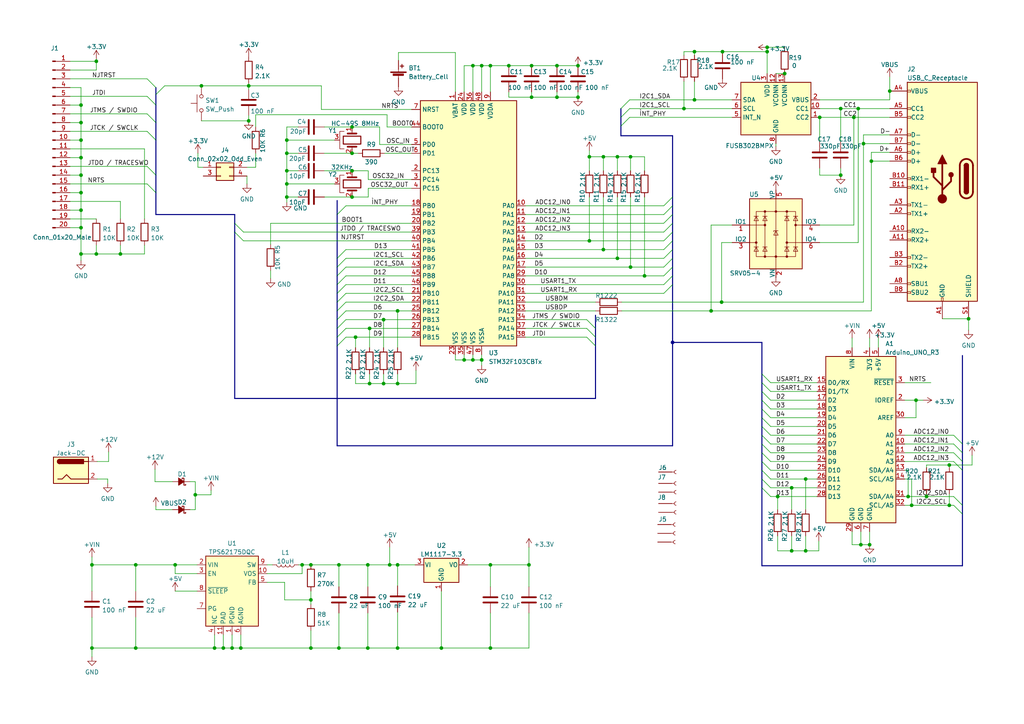
<source format=kicad_sch>
(kicad_sch (version 20211123) (generator eeschema)
  (paper "A4")
  (junction (at 147.574 19.05))
  (junction (at 115.316 187.96))
  (junction (at 56.642 143.51))
  (junction (at 195.072 99.314))
  (junction (at 115.316 111.252))
  (junction (at 23.495 45.72))
  (junction (at 229.616 141.478))
  (junction (at 23.495 40.64))
  (junction (at 62.23 187.96))
  (junction (at 258.064 26.416))
  (junction (at 102.108 49.53))
  (junction (at 111.252 92.71))
  (junction (at 227.584 21.336))
  (junction (at 252.73 46.736))
  (junction (at 175.006 45.466))
  (junction (at 167.64 28.194))
  (junction (at 87.63 163.83))
  (junction (at 98.298 187.96))
  (junction (at 182.88 77.47))
  (junction (at 23.495 60.96))
  (junction (at 115.316 163.83))
  (junction (at 237.744 34.036))
  (junction (at 247.65 34.036))
  (junction (at 161.544 19.05))
  (junction (at 275.336 134.874))
  (junction (at 280.924 92.456))
  (junction (at 209.296 87.63))
  (junction (at 23.495 66.04))
  (junction (at 113.03 163.83))
  (junction (at 182.88 45.466))
  (junction (at 90.17 173.99))
  (junction (at 170.942 69.85))
  (junction (at 83.185 49.53))
  (junction (at 90.17 163.83))
  (junction (at 201.422 28.956))
  (junction (at 154.178 28.194))
  (junction (at 179.07 74.93))
  (junction (at 64.77 187.96))
  (junction (at 268.732 144.018))
  (junction (at 83.185 44.45))
  (junction (at 170.942 45.466))
  (junction (at 139.7 104.394))
  (junction (at 225.552 144.018))
  (junction (at 201.422 14.986))
  (junction (at 229.616 159.766))
  (junction (at 264.414 146.558))
  (junction (at 275.336 146.558))
  (junction (at 102.108 36.83))
  (junction (at 27.94 17.78))
  (junction (at 233.68 159.766))
  (junction (at 249.682 157.988))
  (junction (at 26.67 187.96))
  (junction (at 69.85 187.96))
  (junction (at 206.248 90.17))
  (junction (at 139.7 19.05))
  (junction (at 27.94 73.66))
  (junction (at 58.42 24.892))
  (junction (at 102.108 44.45))
  (junction (at 23.495 35.56))
  (junction (at 67.31 187.96))
  (junction (at 137.16 19.05))
  (junction (at 252.222 157.988))
  (junction (at 50.8 163.83))
  (junction (at 243.84 50.8))
  (junction (at 83.185 53.34))
  (junction (at 106.68 187.96))
  (junction (at 23.495 50.8))
  (junction (at 142.24 163.83))
  (junction (at 233.68 138.938))
  (junction (at 137.16 104.394))
  (junction (at 23.495 73.66))
  (junction (at 179.07 45.466))
  (junction (at 103.124 97.79))
  (junction (at 26.67 163.83))
  (junction (at 222.504 13.716))
  (junction (at 134.62 104.394))
  (junction (at 72.136 24.892))
  (junction (at 111.252 111.252))
  (junction (at 39.37 187.96))
  (junction (at 142.24 187.96))
  (junction (at 107.188 95.25))
  (junction (at 167.64 19.05))
  (junction (at 161.544 28.194))
  (junction (at 154.178 19.05))
  (junction (at 72.136 35.052))
  (junction (at 39.37 163.83))
  (junction (at 222.504 14.986))
  (junction (at 175.006 72.39))
  (junction (at 23.495 55.88))
  (junction (at 23.495 30.48))
  (junction (at 98.298 163.83))
  (junction (at 90.17 187.96))
  (junction (at 128.016 187.96))
  (junction (at 83.185 57.15))
  (junction (at 102.108 57.15))
  (junction (at 34.925 73.66))
  (junction (at 265.684 116.078))
  (junction (at 107.188 111.252))
  (junction (at 209.55 14.986))
  (junction (at 263.398 144.018))
  (junction (at 142.24 19.05))
  (junction (at 83.185 40.64))
  (junction (at 186.944 80.01))
  (junction (at 115.316 90.17))
  (junction (at 243.84 31.496))
  (junction (at 153.416 163.83))
  (junction (at 248.92 31.496))
  (junction (at 250.444 41.656))
  (junction (at 198.374 31.496))
  (junction (at 106.68 163.83))
  (bus_entry (at 97.79 82.55) (size 2.54 -2.54))
  (bus_entry (at 192.532 62.23) (size 2.54 -2.54))
  (bus_entry (at 220.98 136.398) (size 2.54 2.54))
  (bus_entry (at 276.606 146.558) (size 2.54 2.54))
  (bus_entry (at 220.98 113.538) (size 2.54 2.54))
  (bus_entry (at 97.79 80.01) (size 2.54 -2.54))
  (bus_entry (at 42.672 22.86) (size 2.54 2.54))
  (bus_entry (at 220.98 126.238) (size 2.54 2.54))
  (bus_entry (at 192.532 67.31) (size 2.54 -2.54))
  (bus_entry (at 97.79 62.23) (size 2.54 -2.54))
  (bus_entry (at 276.606 133.858) (size 2.54 2.54))
  (bus_entry (at 42.672 53.34) (size 2.54 2.54))
  (bus_entry (at 170.18 92.71) (size 2.54 2.54))
  (bus_entry (at 220.98 123.698) (size 2.54 2.54))
  (bus_entry (at 97.79 74.93) (size 2.54 -2.54))
  (bus_entry (at 97.79 87.63) (size 2.54 -2.54))
  (bus_entry (at 276.606 128.778) (size 2.54 2.54))
  (bus_entry (at 97.79 90.17) (size 2.54 -2.54))
  (bus_entry (at 180.086 36.576) (size 2.54 -2.54))
  (bus_entry (at 276.606 144.018) (size 2.54 2.54))
  (bus_entry (at 97.79 85.09) (size 2.54 -2.54))
  (bus_entry (at 42.672 38.1) (size 2.54 2.54))
  (bus_entry (at 192.532 69.85) (size 2.54 -2.54))
  (bus_entry (at 220.98 141.478) (size 2.54 2.54))
  (bus_entry (at 180.086 34.036) (size 2.54 -2.54))
  (bus_entry (at 68.072 67.31) (size 2.54 2.54))
  (bus_entry (at 42.672 48.26) (size 2.54 2.54))
  (bus_entry (at 220.98 116.078) (size 2.54 2.54))
  (bus_entry (at 192.532 80.01) (size 2.54 -2.54))
  (bus_entry (at 220.98 138.938) (size 2.54 2.54))
  (bus_entry (at 276.606 131.318) (size 2.54 2.54))
  (bus_entry (at 220.98 108.458) (size 2.54 2.54))
  (bus_entry (at 97.79 97.79) (size 2.54 -2.54))
  (bus_entry (at 97.79 77.47) (size 2.54 -2.54))
  (bus_entry (at 68.072 64.77) (size 2.54 2.54))
  (bus_entry (at 220.98 121.158) (size 2.54 2.54))
  (bus_entry (at 220.98 133.858) (size 2.54 2.54))
  (bus_entry (at 220.98 118.618) (size 2.54 2.54))
  (bus_entry (at 220.98 110.998) (size 2.54 2.54))
  (bus_entry (at 192.532 85.09) (size 2.54 -2.54))
  (bus_entry (at 220.98 128.778) (size 2.54 2.54))
  (bus_entry (at 170.18 95.25) (size 2.54 2.54))
  (bus_entry (at 97.79 100.33) (size 2.54 -2.54))
  (bus_entry (at 192.532 59.69) (size 2.54 -2.54))
  (bus_entry (at 192.532 82.55) (size 2.54 -2.54))
  (bus_entry (at 192.532 74.93) (size 2.54 -2.54))
  (bus_entry (at 42.672 27.94) (size 2.54 2.54))
  (bus_entry (at 170.18 97.79) (size 2.54 2.54))
  (bus_entry (at 42.672 33.02) (size 2.54 2.54))
  (bus_entry (at 192.532 72.39) (size 2.54 -2.54))
  (bus_entry (at 276.606 126.238) (size 2.54 2.54))
  (bus_entry (at 180.086 31.496) (size 2.54 -2.54))
  (bus_entry (at 97.79 95.25) (size 2.54 -2.54))
  (bus_entry (at 220.98 131.318) (size 2.54 2.54))
  (bus_entry (at 192.5061 64.77) (size 2.54 -2.54))
  (bus_entry (at 97.79 92.71) (size 2.54 -2.54))
  (bus_entry (at 45.212 27.432) (size 2.54 -2.54))
  (bus_entry (at 192.532 77.47) (size 2.54 -2.54))
  (wire (pts (xy 20.32 66.04) (xy 23.495 66.04)))
  (wire (pts (xy 152.4 69.85) (xy 170.942 69.85)))
  (wire (pts (xy 120.65 111.252) (xy 115.316 111.252)))
  (wire (pts (xy 107.188 108.458) (xy 107.188 111.252)))
  (wire (pts (xy 237.744 28.956) (xy 258.064 28.956)))
  (wire (pts (xy 175.006 45.466) (xy 179.07 45.466)))
  (bus (pts (xy 195.072 99.314) (xy 195.072 129.286)))
  (wire (pts (xy 50.8 163.83) (xy 39.37 163.83)))
  (wire (pts (xy 179.07 57.15) (xy 179.07 74.93)))
  (wire (pts (xy 223.52 144.018) (xy 225.552 144.018)))
  (wire (pts (xy 179.07 74.93) (xy 192.532 74.93)))
  (wire (pts (xy 258.064 44.196) (xy 252.73 44.196)))
  (wire (pts (xy 179.07 45.466) (xy 179.07 49.53)))
  (wire (pts (xy 152.4 64.77) (xy 192.5061 64.77)))
  (wire (pts (xy 23.495 66.04) (xy 23.495 60.96)))
  (wire (pts (xy 115.316 90.17) (xy 119.38 90.17)))
  (wire (pts (xy 161.544 26.67) (xy 161.544 28.194)))
  (wire (pts (xy 100.33 92.71) (xy 111.252 92.71)))
  (wire (pts (xy 142.24 187.96) (xy 128.016 187.96)))
  (wire (pts (xy 237.744 31.496) (xy 243.84 31.496)))
  (wire (pts (xy 250.444 39.116) (xy 250.444 41.656)))
  (wire (pts (xy 142.24 163.83) (xy 142.24 170.18)))
  (wire (pts (xy 180.34 87.63) (xy 209.296 87.63)))
  (wire (pts (xy 147.574 28.194) (xy 147.574 26.67)))
  (wire (pts (xy 107.188 95.25) (xy 107.188 100.838)))
  (bus (pts (xy 97.79 80.01) (xy 97.79 82.55)))
  (wire (pts (xy 142.24 177.8) (xy 142.24 187.96)))
  (wire (pts (xy 100.33 77.47) (xy 119.38 77.47)))
  (bus (pts (xy 279.146 146.558) (xy 279.146 149.098)))
  (wire (pts (xy 47.752 24.892) (xy 58.42 24.892)))
  (wire (pts (xy 72.136 33.528) (xy 72.136 35.052)))
  (wire (pts (xy 83.185 53.34) (xy 97.028 53.34)))
  (wire (pts (xy 212.344 65.278) (xy 206.248 65.278)))
  (wire (pts (xy 23.495 25.4) (xy 20.32 25.4)))
  (wire (pts (xy 55.118 139.7) (xy 56.642 139.7)))
  (wire (pts (xy 128.016 187.96) (xy 128.016 171.45)))
  (wire (pts (xy 44.958 136.144) (xy 44.958 139.7)))
  (wire (pts (xy 175.006 72.39) (xy 192.532 72.39)))
  (wire (pts (xy 56.642 139.7) (xy 56.642 143.51)))
  (wire (pts (xy 223.52 110.998) (xy 236.982 110.998)))
  (bus (pts (xy 180.086 39.37) (xy 180.086 36.576)))
  (wire (pts (xy 252.222 154.178) (xy 252.222 157.988)))
  (wire (pts (xy 170.942 69.85) (xy 192.532 69.85)))
  (wire (pts (xy 106.807 52.07) (xy 119.38 52.07)))
  (bus (pts (xy 220.98 123.698) (xy 220.98 126.238)))
  (wire (pts (xy 120.65 107.442) (xy 120.65 111.252)))
  (wire (pts (xy 27.94 17.78) (xy 27.94 17.145)))
  (wire (pts (xy 98.298 177.8) (xy 98.298 187.96)))
  (wire (pts (xy 223.52 113.538) (xy 236.982 113.538)))
  (wire (pts (xy 77.47 168.91) (xy 82.55 168.91)))
  (wire (pts (xy 225.044 42.418) (xy 225.044 41.656)))
  (bus (pts (xy 68.072 64.77) (xy 68.072 67.31)))
  (wire (pts (xy 262.382 110.998) (xy 270.002 110.998)))
  (wire (pts (xy 243.84 31.496) (xy 248.92 31.496)))
  (wire (pts (xy 262.382 116.078) (xy 265.684 116.078)))
  (wire (pts (xy 111.252 111.252) (xy 107.188 111.252)))
  (wire (pts (xy 20.32 60.96) (xy 23.495 60.96)))
  (bus (pts (xy 279.146 149.098) (xy 279.146 164.084)))
  (wire (pts (xy 223.52 138.938) (xy 233.68 138.938)))
  (wire (pts (xy 268.732 144.018) (xy 276.606 144.018)))
  (wire (pts (xy 90.17 171.45) (xy 90.17 173.99)))
  (wire (pts (xy 135.636 163.83) (xy 142.24 163.83)))
  (wire (pts (xy 93.218 24.892) (xy 93.218 31.75)))
  (bus (pts (xy 68.072 67.31) (xy 68.072 115.57)))
  (wire (pts (xy 26.67 187.96) (xy 26.67 190.5)))
  (wire (pts (xy 134.62 102.87) (xy 134.62 104.394)))
  (wire (pts (xy 252.73 44.196) (xy 252.73 46.736)))
  (wire (pts (xy 102.108 57.15) (xy 106.807 57.15)))
  (wire (pts (xy 170.942 45.466) (xy 175.006 45.466)))
  (wire (pts (xy 23.495 45.72) (xy 23.495 40.64)))
  (wire (pts (xy 252.222 98.044) (xy 252.222 100.838)))
  (wire (pts (xy 20.32 43.18) (xy 41.91 43.18)))
  (wire (pts (xy 90.17 187.96) (xy 69.85 187.96)))
  (wire (pts (xy 132.08 15.24) (xy 115.57 15.24)))
  (bus (pts (xy 68.072 62.23) (xy 45.212 62.23)))
  (wire (pts (xy 20.32 35.56) (xy 23.495 35.56)))
  (wire (pts (xy 249.682 157.988) (xy 247.142 157.988)))
  (wire (pts (xy 201.422 14.986) (xy 198.374 14.986)))
  (bus (pts (xy 220.98 126.238) (xy 220.98 128.778)))
  (wire (pts (xy 182.88 45.466) (xy 186.944 45.466)))
  (bus (pts (xy 195.072 39.37) (xy 180.086 39.37)))
  (bus (pts (xy 195.072 129.286) (xy 97.79 129.286)))
  (wire (pts (xy 50.8 163.83) (xy 57.15 163.83)))
  (wire (pts (xy 248.92 31.496) (xy 258.064 31.496)))
  (wire (pts (xy 106.68 177.8) (xy 106.68 187.96)))
  (wire (pts (xy 98.298 163.83) (xy 98.298 170.18)))
  (wire (pts (xy 83.185 44.45) (xy 86.487 44.45)))
  (bus (pts (xy 279.146 136.398) (xy 279.146 146.558)))
  (wire (pts (xy 152.4 77.47) (xy 182.88 77.47)))
  (wire (pts (xy 263.398 144.018) (xy 268.732 144.018)))
  (wire (pts (xy 111.252 108.458) (xy 111.252 111.252)))
  (wire (pts (xy 23.495 73.66) (xy 23.495 75.565)))
  (wire (pts (xy 112.268 36.83) (xy 119.38 36.83)))
  (wire (pts (xy 152.4 87.63) (xy 172.72 87.63)))
  (wire (pts (xy 106.68 187.96) (xy 115.316 187.96)))
  (bus (pts (xy 97.79 95.25) (xy 97.79 97.79)))
  (wire (pts (xy 258.064 26.416) (xy 258.064 22.352)))
  (wire (pts (xy 243.84 48.768) (xy 243.84 50.8)))
  (wire (pts (xy 100.33 80.01) (xy 119.38 80.01)))
  (wire (pts (xy 100.33 85.09) (xy 119.38 85.09)))
  (wire (pts (xy 20.32 50.8) (xy 23.495 50.8)))
  (wire (pts (xy 209.55 14.986) (xy 201.422 14.986)))
  (wire (pts (xy 119.38 41.91) (xy 110.109 41.91)))
  (wire (pts (xy 229.616 141.478) (xy 236.982 141.478)))
  (wire (pts (xy 58.928 48.514) (xy 57.404 48.514)))
  (wire (pts (xy 113.03 163.83) (xy 115.316 163.83)))
  (wire (pts (xy 237.744 34.036) (xy 237.744 41.148)))
  (wire (pts (xy 275.336 146.558) (xy 276.606 146.558)))
  (bus (pts (xy 220.98 138.938) (xy 220.98 141.478)))
  (wire (pts (xy 106.68 163.83) (xy 113.03 163.83)))
  (wire (pts (xy 250.444 41.656) (xy 250.444 87.63)))
  (bus (pts (xy 220.98 136.398) (xy 220.98 138.938)))
  (wire (pts (xy 142.24 26.67) (xy 142.24 19.05)))
  (bus (pts (xy 172.72 95.25) (xy 172.72 97.79)))
  (wire (pts (xy 106.68 163.83) (xy 106.68 170.18)))
  (wire (pts (xy 62.23 187.96) (xy 62.23 184.15)))
  (wire (pts (xy 182.626 34.036) (xy 212.344 34.036)))
  (wire (pts (xy 72.136 24.892) (xy 72.136 25.908)))
  (wire (pts (xy 86.487 36.83) (xy 83.185 36.83)))
  (wire (pts (xy 62.23 187.96) (xy 64.77 187.96)))
  (wire (pts (xy 180.34 90.17) (xy 206.248 90.17)))
  (wire (pts (xy 265.684 121.158) (xy 262.382 121.158)))
  (wire (pts (xy 209.55 14.986) (xy 222.504 14.986)))
  (wire (pts (xy 142.24 19.05) (xy 147.574 19.05)))
  (wire (pts (xy 77.47 166.37) (xy 87.63 166.37)))
  (wire (pts (xy 39.37 163.83) (xy 26.67 163.83)))
  (wire (pts (xy 98.298 187.96) (xy 106.68 187.96)))
  (wire (pts (xy 58.42 24.892) (xy 72.136 24.892)))
  (wire (pts (xy 237.744 65.278) (xy 247.65 65.278)))
  (wire (pts (xy 100.33 97.79) (xy 103.124 97.79)))
  (wire (pts (xy 152.4 74.93) (xy 179.07 74.93)))
  (wire (pts (xy 179.07 45.466) (xy 182.88 45.466)))
  (bus (pts (xy 180.086 31.496) (xy 180.086 34.036)))
  (wire (pts (xy 41.91 43.18) (xy 41.91 63.5)))
  (wire (pts (xy 112.268 33.274) (xy 112.268 36.83)))
  (wire (pts (xy 134.62 19.05) (xy 137.16 19.05)))
  (wire (pts (xy 182.88 77.47) (xy 192.532 77.47)))
  (wire (pts (xy 243.84 31.496) (xy 243.84 41.148)))
  (wire (pts (xy 20.32 33.02) (xy 42.672 33.02)))
  (wire (pts (xy 147.574 19.05) (xy 154.178 19.05)))
  (wire (pts (xy 27.94 73.66) (xy 34.925 73.66)))
  (wire (pts (xy 262.382 131.318) (xy 276.606 131.318)))
  (wire (pts (xy 186.944 80.01) (xy 192.532 80.01)))
  (wire (pts (xy 252.73 46.736) (xy 252.73 90.17)))
  (wire (pts (xy 20.32 30.48) (xy 23.495 30.48)))
  (wire (pts (xy 100.33 74.93) (xy 119.38 74.93)))
  (wire (pts (xy 41.91 73.66) (xy 34.925 73.66)))
  (wire (pts (xy 93.218 31.75) (xy 119.38 31.75)))
  (wire (pts (xy 23.495 66.04) (xy 23.495 73.66)))
  (wire (pts (xy 87.63 163.83) (xy 90.17 163.83)))
  (wire (pts (xy 263.398 144.018) (xy 263.398 136.398)))
  (wire (pts (xy 20.32 45.72) (xy 23.495 45.72)))
  (wire (pts (xy 265.684 116.078) (xy 267.716 116.078)))
  (wire (pts (xy 23.495 55.88) (xy 23.495 50.8)))
  (wire (pts (xy 74.168 33.274) (xy 112.268 33.274)))
  (wire (pts (xy 161.544 19.05) (xy 167.64 19.05)))
  (wire (pts (xy 273.304 92.456) (xy 280.924 92.456)))
  (wire (pts (xy 154.178 19.05) (xy 161.544 19.05)))
  (wire (pts (xy 154.178 28.194) (xy 147.574 28.194)))
  (wire (pts (xy 137.16 104.394) (xy 139.7 104.394)))
  (wire (pts (xy 39.37 163.83) (xy 39.37 171.45)))
  (wire (pts (xy 77.47 163.83) (xy 78.994 163.83)))
  (wire (pts (xy 161.544 28.194) (xy 154.178 28.194)))
  (bus (pts (xy 195.072 69.85) (xy 195.072 72.39)))
  (wire (pts (xy 20.32 22.86) (xy 42.672 22.86)))
  (wire (pts (xy 107.188 95.25) (xy 119.38 95.25)))
  (wire (pts (xy 113.03 158.75) (xy 113.03 163.83)))
  (wire (pts (xy 170.942 49.53) (xy 170.942 45.466)))
  (wire (pts (xy 170.942 57.15) (xy 170.942 69.85)))
  (wire (pts (xy 90.17 163.83) (xy 98.298 163.83)))
  (wire (pts (xy 132.08 104.394) (xy 134.62 104.394)))
  (wire (pts (xy 170.942 43.688) (xy 170.942 45.466)))
  (bus (pts (xy 97.79 85.09) (xy 97.79 87.63)))
  (bus (pts (xy 172.72 91.44) (xy 172.72 95.25)))
  (bus (pts (xy 220.98 113.538) (xy 220.98 116.078)))
  (bus (pts (xy 195.072 64.77) (xy 195.072 67.31)))
  (wire (pts (xy 152.4 59.69) (xy 192.532 59.69)))
  (wire (pts (xy 26.67 161.544) (xy 26.67 163.83)))
  (wire (pts (xy 78.486 64.77) (xy 78.486 70.866)))
  (wire (pts (xy 111.252 92.71) (xy 119.38 92.71)))
  (wire (pts (xy 225.552 159.766) (xy 229.616 159.766)))
  (wire (pts (xy 100.33 59.69) (xy 119.38 59.69)))
  (wire (pts (xy 142.24 163.83) (xy 153.416 163.83)))
  (wire (pts (xy 94.107 36.83) (xy 102.108 36.83)))
  (bus (pts (xy 180.086 34.036) (xy 180.086 36.576)))
  (wire (pts (xy 225.552 144.018) (xy 236.982 144.018)))
  (wire (pts (xy 44.958 139.7) (xy 50.038 139.7)))
  (wire (pts (xy 23.495 30.48) (xy 23.495 25.4)))
  (wire (pts (xy 61.214 142.24) (xy 61.214 143.51)))
  (bus (pts (xy 97.79 87.63) (xy 97.79 90.17)))
  (wire (pts (xy 167.64 26.67) (xy 167.64 28.194)))
  (wire (pts (xy 229.616 159.766) (xy 233.68 159.766)))
  (wire (pts (xy 225.044 21.336) (xy 227.584 21.336)))
  (wire (pts (xy 137.16 19.05) (xy 139.7 19.05)))
  (wire (pts (xy 139.7 104.394) (xy 139.7 105.918)))
  (wire (pts (xy 34.925 73.66) (xy 34.925 71.12)))
  (bus (pts (xy 220.98 164.084) (xy 279.146 164.084)))
  (bus (pts (xy 220.98 121.158) (xy 220.98 123.698)))
  (wire (pts (xy 74.168 48.514) (xy 71.628 48.514)))
  (wire (pts (xy 115.316 108.458) (xy 115.316 111.252)))
  (wire (pts (xy 20.32 27.94) (xy 42.672 27.94)))
  (wire (pts (xy 103.124 111.252) (xy 103.124 108.458)))
  (bus (pts (xy 195.072 82.55) (xy 195.072 99.314)))
  (wire (pts (xy 100.33 90.17) (xy 115.316 90.17)))
  (wire (pts (xy 258.064 39.116) (xy 250.444 39.116)))
  (wire (pts (xy 152.4 67.31) (xy 192.532 67.31)))
  (wire (pts (xy 227.584 13.716) (xy 222.504 13.716)))
  (bus (pts (xy 220.98 133.858) (xy 220.98 136.398)))
  (wire (pts (xy 26.67 179.07) (xy 26.67 187.96)))
  (wire (pts (xy 153.416 187.96) (xy 142.24 187.96)))
  (wire (pts (xy 83.185 40.64) (xy 97.028 40.64)))
  (wire (pts (xy 34.925 58.42) (xy 20.32 58.42)))
  (wire (pts (xy 115.57 15.24) (xy 115.57 17.526)))
  (wire (pts (xy 69.85 187.96) (xy 69.85 184.15)))
  (wire (pts (xy 186.944 45.466) (xy 186.944 49.53)))
  (wire (pts (xy 229.616 155.448) (xy 229.616 159.766)))
  (wire (pts (xy 100.33 87.63) (xy 119.38 87.63)))
  (wire (pts (xy 67.31 187.96) (xy 69.85 187.96)))
  (wire (pts (xy 152.4 92.71) (xy 170.18 92.71)))
  (wire (pts (xy 262.382 126.238) (xy 276.606 126.238)))
  (wire (pts (xy 64.77 187.96) (xy 64.77 184.15)))
  (bus (pts (xy 97.79 82.55) (xy 97.79 85.09)))
  (wire (pts (xy 262.382 133.858) (xy 276.606 133.858)))
  (bus (pts (xy 220.98 108.458) (xy 220.98 110.998)))
  (wire (pts (xy 90.17 173.99) (xy 82.55 173.99)))
  (wire (pts (xy 103.124 97.79) (xy 103.124 100.838)))
  (wire (pts (xy 258.064 28.956) (xy 258.064 26.416)))
  (bus (pts (xy 45.212 27.432) (xy 45.212 30.48)))
  (wire (pts (xy 153.416 177.8) (xy 153.416 187.96)))
  (wire (pts (xy 94.107 44.45) (xy 102.108 44.45)))
  (wire (pts (xy 74.168 36.83) (xy 74.168 33.274)))
  (wire (pts (xy 275.336 134.874) (xy 268.732 134.874)))
  (wire (pts (xy 201.422 23.622) (xy 201.422 28.956)))
  (wire (pts (xy 154.178 26.67) (xy 154.178 28.194)))
  (bus (pts (xy 195.072 67.31) (xy 195.072 69.85)))
  (wire (pts (xy 102.108 36.83) (xy 110.109 36.83)))
  (wire (pts (xy 182.88 57.15) (xy 182.88 77.47)))
  (wire (pts (xy 182.626 31.496) (xy 198.374 31.496)))
  (wire (pts (xy 115.316 177.546) (xy 115.316 187.96)))
  (wire (pts (xy 55.118 147.828) (xy 56.642 147.828)))
  (bus (pts (xy 279.146 133.858) (xy 279.146 136.398)))
  (wire (pts (xy 72.136 35.052) (xy 58.42 35.052)))
  (wire (pts (xy 139.7 19.05) (xy 142.24 19.05)))
  (wire (pts (xy 167.64 28.194) (xy 161.544 28.194)))
  (wire (pts (xy 249.682 154.178) (xy 249.682 157.988)))
  (bus (pts (xy 172.72 100.33) (xy 172.72 115.57)))
  (wire (pts (xy 83.185 57.15) (xy 83.185 58.674)))
  (wire (pts (xy 198.374 14.986) (xy 198.374 16.002)))
  (wire (pts (xy 223.52 128.778) (xy 236.982 128.778)))
  (wire (pts (xy 132.08 102.87) (xy 132.08 104.394)))
  (wire (pts (xy 222.504 14.986) (xy 222.504 21.336)))
  (wire (pts (xy 20.32 55.88) (xy 23.495 55.88)))
  (wire (pts (xy 115.316 111.252) (xy 111.252 111.252)))
  (wire (pts (xy 229.616 141.478) (xy 229.616 147.828)))
  (wire (pts (xy 152.4 80.01) (xy 186.944 80.01)))
  (bus (pts (xy 195.072 74.93) (xy 195.072 77.47)))
  (wire (pts (xy 212.344 28.956) (xy 201.422 28.956)))
  (wire (pts (xy 56.642 143.51) (xy 61.214 143.51)))
  (wire (pts (xy 110.109 41.91) (xy 110.109 36.83)))
  (wire (pts (xy 153.416 163.83) (xy 153.416 170.18)))
  (bus (pts (xy 195.072 72.39) (xy 195.072 74.93)))
  (wire (pts (xy 100.33 95.25) (xy 107.188 95.25)))
  (wire (pts (xy 71.628 51.054) (xy 71.628 53.34)))
  (bus (pts (xy 279.146 131.318) (xy 279.146 133.858)))
  (wire (pts (xy 20.32 38.1) (xy 42.672 38.1)))
  (wire (pts (xy 57.15 166.37) (xy 50.8 166.37)))
  (bus (pts (xy 279.146 103.124) (xy 279.146 128.778)))
  (wire (pts (xy 23.495 40.64) (xy 23.495 35.56)))
  (wire (pts (xy 50.8 166.37) (xy 50.8 163.83)))
  (bus (pts (xy 97.79 97.79) (xy 97.79 100.33)))
  (wire (pts (xy 152.4 82.55) (xy 192.532 82.55)))
  (wire (pts (xy 50.8 171.45) (xy 57.15 171.45)))
  (wire (pts (xy 237.744 50.8) (xy 237.744 48.768)))
  (bus (pts (xy 97.79 62.23) (xy 97.79 74.93)))
  (wire (pts (xy 223.52 141.478) (xy 229.616 141.478)))
  (wire (pts (xy 212.344 70.358) (xy 209.296 70.358)))
  (wire (pts (xy 223.52 123.698) (xy 236.982 123.698)))
  (wire (pts (xy 115.316 163.83) (xy 115.316 169.926)))
  (wire (pts (xy 100.33 82.55) (xy 119.38 82.55)))
  (wire (pts (xy 90.17 187.96) (xy 98.298 187.96)))
  (wire (pts (xy 223.52 126.238) (xy 236.982 126.238)))
  (wire (pts (xy 23.495 35.56) (xy 23.495 30.48)))
  (wire (pts (xy 102.108 44.45) (xy 103.886 44.45)))
  (wire (pts (xy 137.16 102.87) (xy 137.16 104.394)))
  (wire (pts (xy 275.336 135.636) (xy 275.336 134.874)))
  (wire (pts (xy 198.374 23.622) (xy 198.374 31.496)))
  (bus (pts (xy 195.072 77.47) (xy 195.072 80.01)))
  (wire (pts (xy 83.185 53.34) (xy 83.185 57.15)))
  (wire (pts (xy 20.32 63.5) (xy 27.94 63.5)))
  (wire (pts (xy 23.495 60.96) (xy 23.495 55.88)))
  (wire (pts (xy 137.16 19.05) (xy 137.16 26.67)))
  (bus (pts (xy 220.98 131.318) (xy 220.98 133.858)))
  (wire (pts (xy 41.91 71.12) (xy 41.91 73.66)))
  (wire (pts (xy 175.006 57.15) (xy 175.006 72.39)))
  (wire (pts (xy 152.4 90.17) (xy 172.72 90.17)))
  (wire (pts (xy 83.185 40.64) (xy 83.185 44.45)))
  (wire (pts (xy 20.32 53.34) (xy 42.672 53.34)))
  (bus (pts (xy 220.98 118.618) (xy 220.98 121.158)))
  (wire (pts (xy 233.68 159.766) (xy 233.68 155.448)))
  (wire (pts (xy 132.08 26.67) (xy 132.08 15.24)))
  (wire (pts (xy 209.296 70.358) (xy 209.296 87.63)))
  (bus (pts (xy 45.212 35.56) (xy 45.212 40.64)))
  (wire (pts (xy 268.732 143.256) (xy 268.732 144.018)))
  (wire (pts (xy 258.064 46.736) (xy 252.73 46.736)))
  (bus (pts (xy 97.79 58.166) (xy 97.79 62.23)))
  (wire (pts (xy 119.38 69.85) (xy 70.612 69.85)))
  (wire (pts (xy 275.336 143.256) (xy 275.336 146.558)))
  (bus (pts (xy 45.212 55.88) (xy 45.212 62.23)))
  (bus (pts (xy 195.072 80.01) (xy 195.072 82.55)))
  (wire (pts (xy 237.49 156.972) (xy 237.49 159.766)))
  (wire (pts (xy 262.382 144.018) (xy 263.398 144.018)))
  (wire (pts (xy 39.37 187.96) (xy 62.23 187.96)))
  (wire (pts (xy 247.142 157.988) (xy 247.142 154.178)))
  (bus (pts (xy 172.72 97.79) (xy 172.72 100.33)))
  (wire (pts (xy 90.17 182.88) (xy 90.17 187.96)))
  (wire (pts (xy 264.414 146.558) (xy 275.336 146.558)))
  (wire (pts (xy 223.52 133.858) (xy 236.982 133.858)))
  (wire (pts (xy 115.316 90.17) (xy 115.316 100.838)))
  (wire (pts (xy 139.7 26.67) (xy 139.7 19.05)))
  (bus (pts (xy 220.98 116.078) (xy 220.98 118.618)))
  (wire (pts (xy 31.242 138.938) (xy 31.242 140.208)))
  (wire (pts (xy 87.63 166.37) (xy 87.63 163.83)))
  (wire (pts (xy 83.185 36.83) (xy 83.185 40.64)))
  (wire (pts (xy 20.32 17.78) (xy 27.94 17.78)))
  (wire (pts (xy 152.4 97.79) (xy 170.18 97.79)))
  (wire (pts (xy 268.732 134.874) (xy 268.732 135.636)))
  (wire (pts (xy 34.925 63.5) (xy 34.925 58.42)))
  (wire (pts (xy 237.49 159.766) (xy 233.68 159.766)))
  (wire (pts (xy 102.108 49.53) (xy 106.807 49.53)))
  (bus (pts (xy 195.072 57.15) (xy 195.072 59.69)))
  (bus (pts (xy 45.212 50.8) (xy 45.212 55.88)))
  (wire (pts (xy 247.65 65.278) (xy 247.65 34.036)))
  (bus (pts (xy 279.146 128.778) (xy 279.146 131.318)))
  (wire (pts (xy 223.52 121.158) (xy 236.982 121.158)))
  (wire (pts (xy 275.336 134.874) (xy 281.94 134.874)))
  (bus (pts (xy 195.072 39.37) (xy 195.072 57.15)))
  (wire (pts (xy 225.552 155.448) (xy 225.552 159.766)))
  (wire (pts (xy 27.94 73.66) (xy 27.94 71.12)))
  (wire (pts (xy 252.222 157.988) (xy 249.682 157.988)))
  (wire (pts (xy 119.38 54.61) (xy 106.807 54.61)))
  (wire (pts (xy 45.212 147.828) (xy 50.038 147.828)))
  (wire (pts (xy 223.52 131.318) (xy 236.982 131.318)))
  (wire (pts (xy 250.444 41.656) (xy 258.064 41.656)))
  (wire (pts (xy 247.142 98.044) (xy 247.142 100.838)))
  (wire (pts (xy 28.194 138.938) (xy 31.242 138.938)))
  (wire (pts (xy 27.94 17.78) (xy 27.94 20.32)))
  (wire (pts (xy 237.744 34.036) (xy 247.65 34.036)))
  (wire (pts (xy 152.4 85.09) (xy 192.532 85.09)))
  (wire (pts (xy 67.31 187.96) (xy 67.31 184.15)))
  (wire (pts (xy 233.68 138.938) (xy 236.982 138.938)))
  (bus (pts (xy 220.98 141.478) (xy 220.98 164.084)))
  (wire (pts (xy 182.88 45.466) (xy 182.88 49.53)))
  (wire (pts (xy 23.495 50.8) (xy 23.495 45.72)))
  (wire (pts (xy 206.248 65.278) (xy 206.248 90.17)))
  (wire (pts (xy 115.316 187.96) (xy 128.016 187.96)))
  (wire (pts (xy 223.52 118.618) (xy 236.982 118.618)))
  (wire (pts (xy 39.37 187.96) (xy 26.67 187.96)))
  (wire (pts (xy 86.614 163.83) (xy 87.63 163.83)))
  (wire (pts (xy 94.107 49.53) (xy 102.108 49.53)))
  (wire (pts (xy 106.807 52.07) (xy 106.807 49.53)))
  (bus (pts (xy 68.072 115.57) (xy 172.72 115.57)))
  (wire (pts (xy 83.185 44.45) (xy 83.185 49.53)))
  (wire (pts (xy 83.185 57.15) (xy 86.487 57.15)))
  (wire (pts (xy 225.552 144.018) (xy 225.552 147.828)))
  (wire (pts (xy 186.944 57.15) (xy 186.944 80.01)))
  (wire (pts (xy 20.32 40.64) (xy 23.495 40.64)))
  (wire (pts (xy 94.107 57.15) (xy 102.108 57.15)))
  (bus (pts (xy 45.212 25.4) (xy 45.212 27.432)))
  (wire (pts (xy 23.495 73.66) (xy 27.94 73.66)))
  (wire (pts (xy 265.684 116.078) (xy 265.684 121.158)))
  (wire (pts (xy 280.924 92.456) (xy 280.924 95.758)))
  (wire (pts (xy 134.62 104.394) (xy 137.16 104.394)))
  (wire (pts (xy 26.67 163.83) (xy 26.67 171.45)))
  (wire (pts (xy 254.762 98.044) (xy 254.762 100.838)))
  (wire (pts (xy 86.487 49.53) (xy 83.185 49.53)))
  (wire (pts (xy 243.84 50.8) (xy 237.744 50.8)))
  (bus (pts (xy 97.79 77.47) (xy 97.79 80.01)))
  (wire (pts (xy 27.94 20.32) (xy 20.32 20.32)))
  (wire (pts (xy 100.33 72.39) (xy 119.38 72.39)))
  (wire (pts (xy 175.006 45.466) (xy 175.006 49.53)))
  (bus (pts (xy 97.79 74.93) (xy 97.79 77.47)))
  (bus (pts (xy 97.79 100.33) (xy 97.79 129.286)))
  (wire (pts (xy 39.37 179.07) (xy 39.37 187.96)))
  (wire (pts (xy 182.626 28.956) (xy 201.422 28.956)))
  (wire (pts (xy 209.296 87.63) (xy 250.444 87.63)))
  (bus (pts (xy 220.98 99.314) (xy 195.072 99.314)))
  (wire (pts (xy 111.252 92.71) (xy 111.252 100.838)))
  (wire (pts (xy 152.4 95.25) (xy 170.18 95.25)))
  (wire (pts (xy 139.7 102.87) (xy 139.7 104.394)))
  (wire (pts (xy 64.77 187.96) (xy 67.31 187.96)))
  (bus (pts (xy 220.98 108.458) (xy 220.98 99.314)))
  (wire (pts (xy 152.4 62.23) (xy 192.532 62.23)))
  (wire (pts (xy 209.55 15.24) (xy 209.55 14.986)))
  (wire (pts (xy 83.185 49.53) (xy 83.185 53.34)))
  (wire (pts (xy 281.94 132.08) (xy 281.94 134.874)))
  (wire (pts (xy 119.38 64.77) (xy 78.486 64.77)))
  (wire (pts (xy 31.496 133.858) (xy 28.194 133.858)))
  (wire (pts (xy 57.404 48.514) (xy 57.404 44.45)))
  (wire (pts (xy 212.344 31.496) (xy 198.374 31.496)))
  (wire (pts (xy 262.382 128.778) (xy 276.606 128.778)))
  (wire (pts (xy 82.55 168.91) (xy 82.55 173.99)))
  (wire (pts (xy 247.65 34.036) (xy 258.064 34.036)))
  (wire (pts (xy 72.136 24.892) (xy 93.218 24.892)))
  (wire (pts (xy 201.422 14.986) (xy 201.422 16.002)))
  (wire (pts (xy 134.62 26.67) (xy 134.62 19.05)))
  (wire (pts (xy 45.212 146.812) (xy 45.212 147.828)))
  (bus (pts (xy 45.212 40.64) (xy 45.212 50.8)))
  (wire (pts (xy 20.32 48.26) (xy 42.672 48.26)))
  (wire (pts (xy 56.642 143.51) (xy 56.642 147.828)))
  (wire (pts (xy 223.52 116.078) (xy 236.982 116.078)))
  (bus (pts (xy 45.212 30.48) (xy 45.212 35.56)))
  (wire (pts (xy 222.504 13.716) (xy 222.504 14.986)))
  (wire (pts (xy 72.136 24.13) (xy 72.136 24.892)))
  (wire (pts (xy 78.486 78.486) (xy 78.486 80.772)))
  (wire (pts (xy 106.807 54.61) (xy 106.807 57.15)))
  (wire (pts (xy 248.92 70.358) (xy 237.744 70.358)))
  (wire (pts (xy 223.52 136.398) (xy 236.982 136.398)))
  (wire (pts (xy 74.168 44.45) (xy 74.168 48.514)))
  (wire (pts (xy 233.68 138.938) (xy 233.68 147.828)))
  (wire (pts (xy 264.414 138.938) (xy 262.382 138.938)))
  (wire (pts (xy 115.316 163.83) (xy 120.396 163.83)))
  (bus (pts (xy 220.98 128.778) (xy 220.98 131.318)))
  (bus (pts (xy 97.79 90.17) (xy 97.79 92.71)))
  (wire (pts (xy 263.398 136.398) (xy 262.382 136.398)))
  (wire (pts (xy 152.4 72.39) (xy 175.006 72.39)))
  (wire (pts (xy 107.188 111.252) (xy 103.124 111.252)))
  (bus (pts (xy 97.79 92.71) (xy 97.79 95.25)))
  (wire (pts (xy 103.124 97.79) (xy 119.38 97.79)))
  (wire (pts (xy 70.612 67.31) (xy 119.38 67.31)))
  (wire (pts (xy 262.382 146.558) (xy 264.414 146.558)))
  (wire (pts (xy 31.496 131.064) (xy 31.496 133.858)))
  (wire (pts (xy 153.416 158.75) (xy 153.416 163.83)))
  (wire (pts (xy 264.414 146.558) (xy 264.414 138.938)))
  (wire (pts (xy 111.506 44.45) (xy 119.38 44.45)))
  (bus (pts (xy 220.98 110.998) (xy 220.98 113.538)))
  (bus (pts (xy 195.072 59.69) (xy 195.072 64.77)))
  (bus (pts (xy 68.072 62.23) (xy 68.072 64.77)))
  (wire (pts (xy 206.248 90.17) (xy 252.73 90.17)))
  (wire (pts (xy 90.17 173.99) (xy 90.17 175.26)))
  (wire (pts (xy 248.92 31.496) (xy 248.92 70.358)))
  (wire (pts (xy 98.298 163.83) (xy 106.68 163.83)))
  (label "D9" (at 225.044 133.858 0))
  (label "BOOT1" (at 99.06 64.77 0))
  (label "I2C1_SCL" (at 108.204 74.93 0))
  (label "NRTS" (at 25.4 53.34 0))
  (label "JTCK {slash} SWCLK" (at 154.305 95.25 0))
  (label "D4" (at 225.044 121.158 0))
  (label "D11" (at 225.044 138.938 0))
  (label "OSC32_OUT" (at 107.442 54.61 0))
  (label "D8" (at 225.044 131.318 0))
  (label "D13" (at 108.458 72.39 0))
  (label "OSC32_IN" (at 107.95 52.07 0))
  (label "D10" (at 154.94 80.01 0))
  (label "JTDI" (at 154.305 97.79 0))
  (label "USART1_RX" (at 156.718 85.09 0))
  (label "D3" (at 225.044 118.618 0))
  (label "D2" (at 154.94 69.85 0))
  (label "BOOT0" (at 113.665 36.83 0))
  (label "CC1" (at 244.602 31.496 0))
  (label "D7" (at 225.044 128.778 0))
  (label "D8" (at 108.204 95.25 0))
  (label "I2C2_SDA" (at 108.204 87.63 0))
  (label "ADC12_IN2" (at 264.922 131.318 0))
  (label "I2C1_SCL" (at 185.42 31.496 0))
  (label "D5" (at 225.044 123.698 0))
  (label "NJTRST" (at 26.67 22.86 0))
  (label "NRTS" (at 263.652 110.998 0))
  (label "D4" (at 154.94 74.93 0))
  (label "USART1_RX" (at 225.044 110.998 0))
  (label "USBDP" (at 158.115 90.17 0))
  (label "OSC_OUT" (at 111.76 44.45 0))
  (label "USBDM" (at 158.115 87.63 0))
  (label "OSC_IN" (at 112.014 41.91 0))
  (label "I2C2_SCL" (at 108.204 85.09 0))
  (label "JTCK {slash} SWCLK" (at 26.035 38.1 0))
  (label "USART1_TX" (at 225.044 113.538 0))
  (label "JTDI" (at 26.67 27.94 0))
  (label "JTDO {slash} TRACESWO" (at 98.552 67.31 0))
  (label "JTDO {slash} TRACESWO" (at 25.4 48.26 0))
  (label "ÌNT_PHY" (at 185.42 34.036 0))
  (label "D11" (at 108.204 82.55 0))
  (label "ADC12_IN2" (at 155.194 64.77 0))
  (label "ÌNT_PHY" (at 107.696 59.69 0))
  (label "JTMS {slash} SWDIO" (at 154.305 92.71 0))
  (label "D2" (at 225.044 116.078 0))
  (label "I2C1_SDA" (at 185.42 28.956 0))
  (label "D10" (at 225.044 136.398 0))
  (label "I2C1_SDA" (at 108.204 77.47 0))
  (label "ADC12_IN0" (at 155.194 59.69 0))
  (label "D7" (at 108.204 92.71 0))
  (label "I2C2_SCL" (at 265.684 146.558 0))
  (label "NJTRST" (at 98.806 69.85 0))
  (label "ADC12_IN1" (at 155.194 62.23 0))
  (label "D6" (at 225.044 126.238 0))
  (label "I2C2_SDA" (at 265.684 144.018 0))
  (label "JTMS {slash} SWDIO" (at 26.035 33.02 0))
  (label "ADC12_IN1" (at 264.922 128.778 0))
  (label "CC2" (at 244.602 34.036 0))
  (label "NRTS" (at 110.617 31.75 0))
  (label "D9" (at 108.204 97.79 0))
  (label "ADC12_IN3" (at 264.922 133.858 0))
  (label "D12" (at 225.044 141.478 0))
  (label "D+" (at 255.016 44.196 0))
  (label "D13" (at 225.044 144.018 0))
  (label "D3" (at 154.94 72.39 0))
  (label "USART1_TX" (at 156.718 82.55 0))
  (label "D12" (at 108.204 80.01 0))
  (label "D6" (at 108.204 90.17 0))
  (label "ADC12_IN3" (at 155.194 67.31 0))
  (label "ADC12_IN0" (at 264.922 126.238 0))
  (label "D5" (at 154.94 77.47 0))
  (label "D-" (at 255.27 39.116 0))
  (symbol (lib_id "power:GND") (at 209.55 22.86 0) (unit 1)
    (property "Reference" "#PWR019" (effects hide))
    (property "Value" "GND" (at 206.248 25.4 0))
  )
  (symbol (lib_id "power:GND") (at 23.495 75.565 0) (unit 1)
    (property "Reference" "#PWR01" (effects hide))
    (property "Value" "GND" (at 23.495 80.0084 0))
  )
  (symbol (lib_id "power:VBUS") (at 45.212 146.812 0) (unit 1)
    (property "Reference" "#PWR0106" (effects hide))
    (property "Value" "VBUS" (at 46.609 145.9758 0) (effects (justify left)))
  )
  (symbol (lib_id "Device:R") (at 201.422 19.812 180) (unit 1)
    (property "Reference" "R18" (at 203.962 17.526 0))
    (property "Value" "2.1K" (at 204.724 19.304 0))
    (property "Footprint" "Resistor_SMD:R_0805_2012Metric_Pad1.20x1.40mm_HandSolder" (effects hide))
  )
  (symbol (lib_id "Device:R") (at 233.68 151.638 180) (unit 1)
    (property "Reference" "R28" (at 231.648 155.194 90))
    (property "Value" "2.1K" (at 231.775 150.368 90))
    (property "Footprint" "Resistor_SMD:R_0805_2012Metric_Pad1.20x1.40mm_HandSolder" (effects hide))
  )
  (symbol (lib_id "Device:R") (at 74.168 40.64 0) (unit 1)
    (property "Reference" "R6" (at 76.2 38.608 90))
    (property "Value" "10K" (at 76.2 42.418 90))
    (property "Footprint" "Resistor_SMD:R_0805_2012Metric_Pad1.20x1.40mm_HandSolder" (effects hide))
  )
  (symbol (lib_id "power:GND") (at 78.486 80.772 0) (unit 1)
    (property "Reference" "#PWR0109" (effects hide))
    (property "Value" "GND" (at 80.391 82.4758 0) (effects (justify left)))
  )
  (symbol (lib_id "power:+12V") (at 31.496 131.064 0) (unit 1)
    (property "Reference" "#PWR0103" (effects hide))
    (property "Value" "+12V" (at 31.496 127.4882 0))
  )
  (symbol (lib_id "MCU_ST_STM32F1:STM32F103CBTx") (at 137.16 64.77 0) (unit 1)
    (property "Reference" "U3" (at 141.7194 102.3604 0) (effects (justify left)))
    (property "Value" "STM32F103CBTx" (at 141.7194 104.8973 0) (effects (justify left)))
    (property "Footprint" "Package_QFP:LQFP-48_7x7mm_P0.5mm" (effects hide))
    (property "Datasheet" "http://www.st.com/st-web-ui/static/active/en/resource/technical/document/datasheet/CD00161566.pdf" (effects hide))
  )
  (symbol (lib_id "Device:C") (at 115.316 173.736 0) (unit 1)
    (property "Reference" "C19" (at 118.237 172.9013 0) (effects (justify left)))
    (property "Value" "22 uF" (at 118.237 175.4382 0) (effects (justify left)))
    (property "Footprint" "Capacitor_SMD:C_1206_3216Metric_Pad1.33x1.80mm_HandSolder" (effects hide))
  )
  (symbol (lib_id "Device:C") (at 90.297 44.45 90) (unit 1)
    (property "Reference" "C5" (at 87.757 43.434 90))
    (property "Value" "20pF" (at 86.233 45.974 90))
    (property "Footprint" "Capacitor_SMD:C_0805_2012Metric_Pad1.18x1.45mm_HandSolder" (effects hide))
  )
  (symbol (lib_id "Interface_USB:FUSB302BMPX") (at 225.044 31.496 0) (unit 1)
    (property "Reference" "U4" (at 217.932 22.606 0) (effects (justify left)))
    (property "Value" "FUSB302BMPX" (at 210.439 42.291 0) (effects (justify left)))
    (property "Footprint" "Package_DFN_QFN:WQFN-14-1EP_2.5x2.5mm_P0.5mm_EP1.45x1.45mm" (effects hide))
    (property "Datasheet" "http://www.onsemi.com/pub/Collateral/FUSB302B-D.PDF" (effects hide))
  )
  (symbol (lib_id "Device:D_Schottky_Small_Filled") (at 52.578 147.828 180) (unit 1)
    (property "Reference" "D2" (at 52.832 145.6492 0))
    (property "Value" "D_Schottky_Small_Filled" (effects hide))
    (property "Footprint" "Diode_SMD:D_SMA" (effects hide))
  )
  (symbol (lib_id "power:GND") (at 115.57 25.146 0) (unit 1)
    (property "Reference" "#PWR012" (effects hide))
    (property "Value" "GND" (at 115.57 29.5894 0))
  )
  (symbol (lib_id "power:GND") (at 252.222 157.988 0) (unit 1)
    (property "Reference" "#PWR026" (effects hide))
    (property "Value" "GND" (at 252.222 162.4314 0))
  )
  (symbol (lib_id "Device:R") (at 227.584 17.526 0) (unit 1)
    (property "Reference" "R19" (at 230.632 16.764 0))
    (property "Value" "0" (at 230.378 19.05 0))
    (property "Footprint" "Resistor_SMD:R_0805_2012Metric_Pad1.20x1.40mm_HandSolder" (effects hide))
  )
  (symbol (lib_id "Device:R") (at 170.942 53.34 180) (unit 1)
    (property "Reference" "R10" (at 168.91 56.896 90))
    (property "Value" "2.1K" (at 169.037 52.07 90))
    (property "Footprint" "Resistor_SMD:R_0805_2012Metric_Pad1.20x1.40mm_HandSolder" (effects hide))
  )
  (symbol (lib_id "power:GND") (at 280.924 95.758 0) (unit 1)
    (property "Reference" "#PWR030" (effects hide))
    (property "Value" "GND" (at 280.924 100.2014 0))
  )
  (symbol (lib_id "Device:Crystal_GND3") (at 102.108 40.64 270) (unit 1)
    (property "Reference" "Y1" (at 95.25 37.846 90) (effects (justify left)))
    (property "Value" "HC-49S 8MHz" (at 96.012 35.814 90) (effects (justify left)))
    (property "Footprint" "Crystal:Crystal_SMD_HC49-SD" (effects hide))
  )
  (symbol (lib_id "power:+5V") (at 170.942 43.688 0) (unit 1)
    (property "Reference" "#PWR017" (effects hide))
    (property "Value" "+5V" (at 170.942 40.1122 0))
  )
  (symbol (lib_id "Connector_Generic:Conn_02x02_Odd_Even") (at 64.008 48.514 0) (unit 1)
    (property "Reference" "J4" (at 65.278 43.5442 0))
    (property "Value" "Conn_02x02_Odd_Even" (at 65.278 46.0811 0))
    (property "Footprint" "Connector_PinHeader_2.54mm:PinHeader_2x02_P2.54mm_Vertical" (effects hide))
  )
  (symbol (lib_id "Device:R") (at 41.91 67.31 0) (unit 1)
    (property "Reference" "R3" (at 43.688 66.4753 0) (effects (justify left)))
    (property "Value" "10K" (at 43.688 69.0122 0) (effects (justify left)))
    (property "Footprint" "Resistor_SMD:R_0805_2012Metric_Pad1.20x1.40mm_HandSolder" (effects hide))
  )
  (symbol (lib_id "Device:C") (at 154.178 22.86 0) (unit 1)
    (property "Reference" "C13" (at 154.686 20.828 0) (effects (justify left)))
    (property "Value" "100 nF" (at 154.686 25.4 0) (effects (justify left)))
    (property "Footprint" "Capacitor_SMD:C_0805_2012Metric_Pad1.18x1.45mm_HandSolder" (effects hide))
  )
  (symbol (lib_id "Device:C") (at 167.64 22.86 0) (unit 1)
    (property "Reference" "C15" (at 168.402 20.828 0) (effects (justify left)))
    (property "Value" "100 nF" (at 169.672 25.4 0) (effects (justify left)))
    (property "Footprint" "Capacitor_SMD:C_0805_2012Metric_Pad1.18x1.45mm_HandSolder" (effects hide))
  )
  (symbol (lib_id "power:+5V") (at 281.94 132.08 0) (unit 1)
    (property "Reference" "#PWR031" (effects hide))
    (property "Value" "+5V" (at 281.94 128.5042 0))
  )
  (symbol (lib_id "power:+5V") (at 237.49 156.972 0) (unit 1)
    (property "Reference" "#PWR0112" (effects hide))
    (property "Value" "+5V" (at 237.49 153.3962 0))
  )
  (symbol (lib_name "+VSW_1") (lib_id "power:+VSW") (at 247.142 98.044 0) (unit 1)
    (property "Reference" "#PWR0107" (effects hide))
    (property "Value" "+VIN" (at 247.142 94.4682 0))
  )
  (symbol (lib_id "Device:R") (at 176.53 87.63 90) (unit 1)
    (property "Reference" "R12" (at 174.625 85.725 90))
    (property "Value" "22" (at 177.8 85.725 90))
    (property "Footprint" "Resistor_SMD:R_0805_2012Metric_Pad1.20x1.40mm_HandSolder" (effects hide))
  )
  (symbol (lib_id "power:+3.3V") (at 167.64 19.05 0) (unit 1)
    (property "Reference" "#PWR0117" (effects hide))
    (property "Value" "+3.3V" (at 169.037 18.2138 0) (effects (justify left)))
  )
  (symbol (lib_id "Device:R") (at 225.552 151.638 180) (unit 1)
    (property "Reference" "R26" (at 223.52 155.194 90))
    (property "Value" "2.1K" (at 223.647 150.368 90))
    (property "Footprint" "Resistor_SMD:R_0805_2012Metric_Pad1.20x1.40mm_HandSolder" (effects hide))
  )
  (symbol (lib_id "power:+3.3V") (at 57.404 44.45 0) (unit 1)
    (property "Reference" "#PWR0110" (effects hide))
    (property "Value" "+3.3V" (at 57.404 40.8742 0))
  )
  (symbol (lib_id "Device:R") (at 103.124 104.648 180) (unit 1)
    (property "Reference" "R22" (at 101.092 108.204 90))
    (property "Value" "2.1K" (at 101.219 103.378 90))
    (property "Footprint" "Resistor_SMD:R_0805_2012Metric_Pad1.20x1.40mm_HandSolder" (effects hide))
  )
  (symbol (lib_id "Device:C") (at 90.297 49.53 90) (unit 1)
    (property "Reference" "C6" (at 87.757 48.514 90))
    (property "Value" "10pF" (at 86.233 51.054 90))
    (property "Footprint" "Capacitor_SMD:C_0805_2012Metric_Pad1.18x1.45mm_HandSolder" (effects hide))
  )
  (symbol (lib_id "power:+3.3V") (at 72.136 16.51 0) (unit 1)
    (property "Reference" "#PWR08" (effects hide))
    (property "Value" "+3.3V" (at 72.136 12.9342 0))
  )
  (symbol (lib_id "Connector:Conn_01x06_Female") (at 196.088 141.986 0) (unit 1) (in_bom no)
    (property "Reference" "J6" (at 191.008 135.636 0) (effects (justify left)))
    (property "Value" "Conn_01x06_Female" (effects hide))
    (property "Footprint" "Connector_PinSocket_2.54mm:PinSocket_1x06_P2.54mm_Vertical" (effects hide))
  )
  (symbol (lib_name "+VSW_1") (lib_id "power:+VSW") (at 61.214 142.24 0) (unit 1)
    (property "Reference" "#PWR0104" (effects hide))
    (property "Value" "+VIN" (at 61.214 138.6642 0))
  )
  (symbol (lib_id "power:+5V") (at 50.8 171.45 0) (unit 1)
    (property "Reference" "#PWR06" (effects hide))
    (property "Value" "+5V" (at 50.8 167.8742 0))
  )
  (symbol (lib_id "Device:R") (at 27.94 67.31 0) (unit 1)
    (property "Reference" "R1" (at 29.718 66.4753 0) (effects (justify left)))
    (property "Value" "10K" (at 29.718 69.0122 0) (effects (justify left)))
    (property "Footprint" "Resistor_SMD:R_0805_2012Metric_Pad1.20x1.40mm_HandSolder" (effects hide))
  )
  (symbol (lib_id "Device:C") (at 142.24 173.99 0) (unit 1)
    (property "Reference" "C10" (at 145.161 173.1553 0) (effects (justify left)))
    (property "Value" "22 uF" (at 145.161 175.6922 0) (effects (justify left)))
    (property "Footprint" "Capacitor_SMD:C_1206_3216Metric_Pad1.33x1.80mm_HandSolder" (effects hide))
  )
  (symbol (lib_id "Connector:Conn_01x08_Female") (at 196.088 147.828 0) (unit 1)
    (property "Reference" "J7" (at 190.754 138.43 0) (effects (justify left)))
    (property "Value" "Conn_01x08_Female" (effects hide))
    (property "Footprint" "Connector_PinSocket_2.54mm:PinSocket_1x08_P2.54mm_Vertical" (effects hide))
  )
  (symbol (lib_id "power:+5V") (at 113.03 158.75 0) (unit 1)
    (property "Reference" "#PWR011" (effects hide))
    (property "Value" "+5V" (at 113.03 155.1742 0))
  )
  (symbol (lib_id "power:VBUS") (at 258.064 22.352 0) (unit 1)
    (property "Reference" "#PWR028" (effects hide))
    (property "Value" "VBUS" (at 258.064 18.7762 0))
  )
  (symbol (lib_id "Device:R") (at 90.17 179.07 0) (unit 1)
    (property "Reference" "R8" (at 91.948 178.2353 0) (effects (justify left)))
    (property "Value" "51K" (at 91.948 180.7722 0) (effects (justify left)))
    (property "Footprint" "Resistor_SMD:R_0805_2012Metric_Pad1.20x1.40mm_HandSolder" (effects hide))
  )
  (symbol (lib_id "Device:C") (at 161.544 22.86 0) (unit 1)
    (property "Reference" "C14" (at 162.052 20.828 0) (effects (justify left)))
    (property "Value" "100 nF" (at 162.052 25.4 0) (effects (justify left)))
    (property "Footprint" "Capacitor_SMD:C_0805_2012Metric_Pad1.18x1.45mm_HandSolder" (effects hide))
  )
  (symbol (lib_id "power:GND") (at 83.185 58.674 0) (unit 1)
    (property "Reference" "#PWR010" (effects hide))
    (property "Value" "GND" (at 85.09 60.3778 0) (effects (justify left)))
  )
  (symbol (lib_id "power:+3.3V") (at 267.716 116.078 270) (unit 1)
    (property "Reference" "#PWR0116" (effects hide))
    (property "Value" "+3.3V" (at 270.891 116.5118 90) (effects (justify left)))
  )
  (symbol (lib_id "Device:R") (at 72.136 20.32 180) (unit 1)
    (property "Reference" "R4" (at 73.914 19.4853 0) (effects (justify right)))
    (property "Value" "2.1K" (at 73.914 22.0222 0) (effects (justify right)))
    (property "Footprint" "Resistor_SMD:R_0805_2012Metric_Pad1.20x1.40mm_HandSolder" (effects hide))
  )
  (symbol (lib_id "power:GND") (at 167.64 28.194 0) (unit 1)
    (property "Reference" "#PWR016" (effects hide))
    (property "Value" "GND" (at 167.64 32.6374 0))
  )
  (symbol (lib_id "Device:C") (at 39.37 175.26 0) (unit 1)
    (property "Reference" "C2" (at 42.291 174.4253 0) (effects (justify left)))
    (property "Value" "22 uF" (at 42.291 176.9622 0) (effects (justify left)))
    (property "Footprint" "Capacitor_SMD:C_1206_3216Metric_Pad1.33x1.80mm_HandSolder" (effects hide))
  )
  (symbol (lib_id "Device:Battery_Cell") (at 115.57 22.606 0) (unit 1)
    (property "Reference" "BT1" (at 118.491 19.7393 0) (effects (justify left)))
    (property "Value" "Battery_Cell" (at 118.491 22.2762 0) (effects (justify left)))
    (property "Footprint" "Battery:BatteryHolder_Keystone_1060_1x2032" (effects hide))
  )
  (symbol (lib_id "power:GND") (at 243.84 50.8 0) (unit 1)
    (property "Reference" "#PWR023" (effects hide))
    (property "Value" "GND" (at 243.84 55.2434 0))
  )
  (symbol (lib_id "Device:C") (at 237.744 44.958 180) (unit 1)
    (property "Reference" "C17" (at 239.014 40.386 0))
    (property "Value" "330pF" (at 240.792 42.418 0))
    (property "Footprint" "Capacitor_SMD:C_0805_2012Metric_Pad1.18x1.45mm_HandSolder" (effects hide))
  )
  (symbol (lib_id "Device:R") (at 175.006 53.34 180) (unit 1)
    (property "Reference" "R11" (at 172.974 56.896 90))
    (property "Value" "2.1K" (at 173.101 52.07 90))
    (property "Footprint" "Resistor_SMD:R_0805_2012Metric_Pad1.20x1.40mm_HandSolder" (effects hide))
  )
  (symbol (lib_id "Regulator_Switching:TPS62175DQC") (at 67.31 171.45 0) (unit 1)
    (property "Reference" "U1" (at 67.31 157.5902 0))
    (property "Value" "TPS62175DQC" (at 67.31 160.1271 0))
    (property "Footprint" "Package_SON:WSON-10-1EP_2x3mm_P0.5mm_EP0.84x2.4mm_ThermalVias" (effects hide))
    (property "Datasheet" "http://www.ti.com/lit/ds/symlink/tps62177.pdf" (effects hide))
  )
  (symbol (lib_id "power:+3.3V") (at 153.416 158.75 0) (unit 1)
    (property "Reference" "#PWR0113" (effects hide))
    (property "Value" "+3.3V" (at 154.813 157.9138 0) (effects (justify left)))
  )
  (symbol (lib_id "Connector:USB_C_Receptacle") (at 273.304 51.816 0) (mirror y) (unit 1)
    (property "Reference" "J2" (at 263.144 20.066 0) (effects (justify right)))
    (property "Value" "USB_C_Receptacle" (at 263.144 22.606 0) (effects (justify right)))
    (property "Footprint" "Connector_USB:USB_C_Receptacle_HRO_TYPE-C-31-M-12" (effects hide))
    (property "Datasheet" "https://www.usb.org/sites/default/files/documents/usb_type-c.zip" (effects hide))
  )
  (symbol (lib_id "Connector:Conn_01x10_Female") (at 195.834 162.306 0) (unit 1) (in_bom no)
    (property "Reference" "J5" (at 191.008 150.622 0) (effects (justify left)))
    (property "Value" "Conn_01x10_Female" (effects hide))
    (property "Footprint" "Connector_PinSocket_2.54mm:PinSocket_1x10_P2.54mm_Vertical" (effects hide))
  )
  (symbol (lib_id "Device:R") (at 111.252 104.648 180) (unit 1)
    (property "Reference" "R24" (at 109.22 108.204 90))
    (property "Value" "2.1K" (at 109.347 103.378 90))
    (property "Footprint" "Resistor_SMD:R_0805_2012Metric_Pad1.20x1.40mm_HandSolder" (effects hide))
  )
  (symbol (lib_id "Connector:Conn_01x08_Female") (at 196.088 153.67 0) (unit 1)
    (property "Reference" "J8" (at 190.754 144.272 0) (effects (justify left)))
    (property "Value" "Conn_01x08_Female" (effects hide))
    (property "Footprint" "Connector_PinSocket_2.54mm:PinSocket_1x08_P2.54mm_Vertical" (effects hide))
  )
  (symbol (lib_id "power:+3.3V") (at 27.94 17.145 0) (unit 1)
    (property "Reference" "#PWR04" (effects hide))
    (property "Value" "+3.3V" (at 27.94 13.5692 0))
  )
  (symbol (lib_id "Device:C") (at 26.67 175.26 0) (unit 1)
    (property "Reference" "C1" (at 29.591 174.4253 0) (effects (justify left)))
    (property "Value" "100 nF" (at 29.591 176.9622 0) (effects (justify left)))
    (property "Footprint" "Capacitor_SMD:C_0805_2012Metric_Pad1.18x1.45mm_HandSolder" (effects hide))
  )
  (symbol (lib_id "power:+5V") (at 225.044 55.118 0) (unit 1)
    (property "Reference" "#PWR021" (effects hide))
    (property "Value" "+5V" (at 225.044 51.5422 0))
  )
  (symbol (lib_id "Device:C") (at 90.297 57.15 90) (unit 1)
    (property "Reference" "C7" (at 87.757 56.134 90))
    (property "Value" "10pF" (at 86.233 58.674 90))
    (property "Footprint" "Capacitor_SMD:C_0805_2012Metric_Pad1.18x1.45mm_HandSolder" (effects hide))
  )
  (symbol (lib_id "Device:R") (at 90.17 167.64 0) (unit 1)
    (property "Reference" "R7" (at 91.948 166.8053 0) (effects (justify left)))
    (property "Value" "270K" (at 91.948 169.3422 0) (effects (justify left)))
    (property "Footprint" "Resistor_SMD:R_0805_2012Metric_Pad1.20x1.40mm_HandSolder" (effects hide))
  )
  (symbol (lib_id "Device:L") (at 82.804 163.83 270) (unit 1)
    (property "Reference" "L1" (at 82.804 160.2572 90))
    (property "Value" "10uH" (at 82.804 162.7941 90))
    (property "Footprint" "Inductor_SMD:L_Vishay_IHLP-4040" (effects hide))
  )
  (symbol (lib_id "Device:R") (at 275.336 139.446 180) (unit 1)
    (property "Reference" "R21" (at 271.018 136.652 0))
    (property "Value" "2.1K" (at 271.78 138.43 0))
    (property "Footprint" "Resistor_SMD:R_0805_2012Metric_Pad1.20x1.40mm_HandSolder" (effects hide))
  )
  (symbol (lib_id "power:+3.3V") (at 252.222 98.044 0) (unit 1)
    (property "Reference" "#PWR0115" (effects hide))
    (property "Value" "+3.3V" (at 253.619 97.2078 0) (effects (justify left)))
  )
  (symbol (lib_id "power:GND") (at 72.136 35.052 0) (unit 1)
    (property "Reference" "#PWR09" (effects hide))
    (property "Value" "GND" (at 72.136 39.4954 0))
  )
  (symbol (lib_id "Device:R") (at 115.316 104.648 180) (unit 1)
    (property "Reference" "R25" (at 113.284 108.204 90))
    (property "Value" "2.1K" (at 113.411 103.378 90))
    (property "Footprint" "Resistor_SMD:R_0805_2012Metric_Pad1.20x1.40mm_HandSolder" (effects hide))
  )
  (symbol (lib_id "Device:C") (at 98.298 173.99 0) (unit 1)
    (property "Reference" "C8" (at 101.219 173.1553 0) (effects (justify left)))
    (property "Value" "22 uF" (at 101.219 175.6922 0) (effects (justify left)))
    (property "Footprint" "Capacitor_SMD:C_1206_3216Metric_Pad1.33x1.80mm_HandSolder" (effects hide))
  )
  (symbol (lib_id "Device:C") (at 72.136 29.718 0) (unit 1)
    (property "Reference" "C3" (at 72.644 27.686 0) (effects (justify left)))
    (property "Value" "100 nF" (at 72.644 32.258 0) (effects (justify left)))
    (property "Footprint" "Capacitor_SMD:C_0805_2012Metric_Pad1.18x1.45mm_HandSolder" (effects hide))
  )
  (symbol (lib_id "Device:R") (at 176.53 90.17 90) (unit 1)
    (property "Reference" "R13" (at 174.625 92.71 90))
    (property "Value" "22" (at 177.8 92.71 90))
    (property "Footprint" "Resistor_SMD:R_0805_2012Metric_Pad1.20x1.40mm_HandSolder" (effects hide))
  )
  (symbol (lib_id "Device:D_Schottky_Small_Filled") (at 52.578 139.7 180) (unit 1)
    (property "Reference" "D1" (at 52.832 137.5212 0))
    (property "Value" "D_Schottky_Small_Filled" (effects hide))
    (property "Footprint" "Diode_SMD:D_SMA" (effects hide))
  )
  (symbol (lib_id "power:GND") (at 225.044 42.418 0) (unit 1)
    (property "Reference" "#PWR020" (effects hide))
    (property "Value" "GND" (at 225.044 46.8614 0))
  )
  (symbol (lib_id "Device:R") (at 78.486 74.676 180) (unit 1)
    (property "Reference" "R5" (at 80.518 72.39 90))
    (property "Value" "10K" (at 80.518 76.454 90))
    (property "Footprint" "Resistor_SMD:R_0805_2012Metric_Pad1.20x1.40mm_HandSolder" (effects hide))
  )
  (symbol (lib_id "Power_Protection:SRV05-4") (at 225.044 67.818 0) (unit 1)
    (property "Reference" "U5" (at 218.694 56.388 0))
    (property "Value" "SRV05-4" (at 216.154 79.248 0))
    (property "Footprint" "Package_TO_SOT_SMD:SOT-23-6" (effects hide))
    (property "Datasheet" "http://www.onsemi.com/pub/Collateral/SRV05-4-D.PDF" (effects hide))
  )
  (symbol (lib_id "Device:C") (at 243.84 44.958 180) (unit 1)
    (property "Reference" "C18" (at 245.11 40.386 0))
    (property "Value" "330pF" (at 246.888 42.418 0))
    (property "Footprint" "Capacitor_SMD:C_0805_2012Metric_Pad1.18x1.45mm_HandSolder" (effects hide))
  )
  (symbol (lib_id "power:GND") (at 225.044 80.518 0) (unit 1)
    (property "Reference" "#PWR022" (effects hide))
    (property "Value" "GND" (at 225.044 84.9614 0))
  )
  (symbol (lib_id "power:GND") (at 31.242 140.208 0) (unit 1)
    (property "Reference" "#PWR0102" (effects hide))
    (property "Value" "GND" (at 31.242 144.6514 0))
  )
  (symbol (lib_id "Device:C") (at 106.68 173.99 0) (unit 1)
    (property "Reference" "C9" (at 109.601 173.1553 0) (effects (justify left)))
    (property "Value" "100 nF" (at 109.601 175.6922 0) (effects (justify left)))
    (property "Footprint" "Capacitor_SMD:C_0805_2012Metric_Pad1.18x1.45mm_HandSolder" (effects hide))
  )
  (symbol (lib_id "Device:R") (at 179.07 53.34 180) (unit 1)
    (property "Reference" "R14" (at 177.038 56.896 90))
    (property "Value" "2.1K" (at 177.165 52.07 90))
    (property "Footprint" "Resistor_SMD:R_0805_2012Metric_Pad1.20x1.40mm_HandSolder" (effects hide))
  )
  (symbol (lib_id "power:+12V") (at 44.958 136.144 0) (unit 1)
    (property "Reference" "#PWR0105" (effects hide))
    (property "Value" "+12V" (at 44.958 132.5682 0))
  )
  (symbol (lib_id "Connector:Conn_01x20_Male") (at 15.24 40.64 0) (unit 1)
    (property "Reference" "J1" (at 15.875 14.004 0))
    (property "Value" "Conn_01x20_Male" (at 18.034 68.834 0))
    (property "Footprint" "Connector_PinHeader_2.54mm:PinHeader_2x10_P2.54mm_Vertical" (effects hide))
  )
  (symbol (lib_id "Device:R") (at 186.944 53.34 180) (unit 1)
    (property "Reference" "R16" (at 184.912 56.896 90))
    (property "Value" "2.1K" (at 185.039 52.07 90))
    (property "Footprint" "Resistor_SMD:R_0805_2012Metric_Pad1.20x1.40mm_HandSolder" (effects hide))
  )
  (symbol (lib_id "Device:C") (at 90.297 36.83 90) (unit 1)
    (property "Reference" "C4" (at 87.503 35.306 90))
    (property "Value" "20pF" (at 86.487 38.1 90))
    (property "Footprint" "Capacitor_SMD:C_0805_2012Metric_Pad1.18x1.45mm_HandSolder" (effects hide))
  )
  (symbol (lib_id "Device:R") (at 107.188 104.648 180) (unit 1)
    (property "Reference" "R23" (at 105.156 108.204 90))
    (property "Value" "2.1K" (at 105.283 103.378 90))
    (property "Footprint" "Resistor_SMD:R_0805_2012Metric_Pad1.20x1.40mm_HandSolder" (effects hide))
  )
  (symbol (lib_id "Device:R") (at 182.88 53.34 180) (unit 1)
    (property "Reference" "R15" (at 180.848 56.896 90))
    (property "Value" "2.1K" (at 180.975 52.07 90))
    (property "Footprint" "Resistor_SMD:R_0805_2012Metric_Pad1.20x1.40mm_HandSolder" (effects hide))
  )
  (symbol (lib_id "Device:R") (at 107.696 44.45 90) (unit 1)
    (property "Reference" "R9" (at 107.696 41.91 90))
    (property "Value" "390" (at 107.696 46.99 90))
    (property "Footprint" "Resistor_SMD:R_0805_2012Metric_Pad1.20x1.40mm_HandSolder" (effects hide))
  )
  (symbol (lib_id "Device:R") (at 268.732 139.446 180) (unit 1)
    (property "Reference" "R20" (at 264.414 136.652 0))
    (property "Value" "2.1K" (at 265.176 138.43 0))
    (property "Footprint" "Resistor_SMD:R_0805_2012Metric_Pad1.20x1.40mm_HandSolder" (effects hide))
  )
  (symbol (lib_id "power:+5V") (at 254.762 98.044 0) (unit 1)
    (property "Reference" "#PWR027" (effects hide))
    (property "Value" "+5V" (at 254.762 94.4682 0))
  )
  (symbol (lib_id "power:+5V") (at 120.65 107.442 0) (unit 1)
    (property "Reference" "#PWR0108" (effects hide))
    (property "Value" "+5V" (at 120.65 103.8662 0))
  )
  (symbol (lib_id "Device:Crystal_GND3") (at 102.108 53.34 270) (unit 1)
    (property "Reference" "Y2" (at 95.25 50.546 90) (effects (justify left)))
    (property "Value" "32KHz" (at 96.012 48.514 90) (effects (justify left)))
    (property "Footprint" "Crystal:Crystal_C38-LF_D3.0mm_L8.0mm_Horizontal_1EP_style2" (effects hide))
  )
  (symbol (lib_name "+VSW_1") (lib_id "power:+VSW") (at 26.67 161.544 0) (unit 1)
    (property "Reference" "#PWR?" (effects hide))
    (property "Value" "+VIN" (at 26.67 157.9682 0))
  )
  (symbol (lib_id "power:+3.3V") (at 222.504 13.716 90) (unit 1)
    (property "Reference" "#PWR0114" (effects hide))
    (property "Value" "+3.3V" (at 223.139 14.1498 90) (effects (justify right)))
  )
  (symbol (lib_id "Device:C") (at 153.416 173.99 0) (unit 1)
    (property "Reference" "C12" (at 156.337 173.1553 0) (effects (justify left)))
    (property "Value" "100 nF" (at 156.337 175.6922 0) (effects (justify left)))
    (property "Footprint" "Capacitor_SMD:C_0805_2012Metric_Pad1.18x1.45mm_HandSolder" (effects hide))
  )
  (symbol (lib_id "Device:C") (at 209.55 19.05 0) (unit 1)
    (property "Reference" "C16" (at 210.566 16.51 0) (effects (justify left)))
    (property "Value" "100 nF" (at 211.836 18.034 0) (effects (justify left)))
    (property "Footprint" "Capacitor_SMD:C_0805_2012Metric_Pad1.18x1.45mm_HandSolder" (effects hide))
  )
  (symbol (lib_id "power:GND") (at 71.628 53.34 0) (unit 1)
    (property "Reference" "#PWR0111" (effects hide))
    (property "Value" "GND" (at 71.628 57.7834 0))
  )
  (symbol (lib_id "Device:C") (at 147.574 22.86 0) (unit 1)
    (property "Reference" "C11" (at 147.828 20.828 0) (effects (justify left)))
    (property "Value" "100 nF" (at 147.32 25.4 0) (effects (justify left)))
    (property "Footprint" "Capacitor_SMD:C_0805_2012Metric_Pad1.18x1.45mm_HandSolder" (effects hide))
  )
  (symbol (lib_id "Device:R") (at 34.925 67.31 0) (unit 1)
    (property "Reference" "R2" (at 36.703 66.4753 0) (effects (justify left)))
    (property "Value" "10K" (at 36.703 69.0122 0) (effects (justify left)))
    (property "Footprint" "Resistor_SMD:R_0805_2012Metric_Pad1.20x1.40mm_HandSolder" (effects hide))
  )
  (symbol (lib_id "power:GND") (at 139.7 105.918 0) (unit 1)
    (property "Reference" "#PWR013" (effects hide))
    (property "Value" "GND" (at 139.7 110.3614 0))
  )
  (symbol (lib_id "Switch:SW_Push") (at 58.42 29.972 90) (unit 1)
    (property "Reference" "SW1" (at 59.563 29.1373 90) (effects (justify right)))
    (property "Value" "SW_Push" (at 59.563 31.6742 90) (effects (justify right)))
    (property "Footprint" "Button_Switch_SMD:SW_Push_1P1T_NO_CK_KSC7xxJ" (effects hide))
  )
  (symbol (lib_id "MCU_Module:Arduino_UNO_R3") (at 249.682 126.238 0) (unit 1)
    (property "Reference" "A1" (at 256.7814 99.6782 0) (effects (justify left)))
    (property "Value" "Arduino_UNO_R3" (at 256.7814 102.2151 0) (effects (justify left)))
    (property "Footprint" "stm32-usbc-nixie:Arduino_UNO_R3_WithMountingHoles_inverted" (effects hide))
    (property "Datasheet" "https://www.arduino.cc/en/Main/arduinoBoardUno" (effects hide))
  )
  (symbol (lib_id "power:GND") (at 26.67 190.5 0) (unit 1)
    (property "Reference" "#PWR03" (effects hide))
    (property "Value" "GND" (at 26.67 194.9434 0))
  )
  (symbol (lib_id "Device:R") (at 229.616 151.638 180) (unit 1)
    (property "Reference" "R27" (at 227.584 155.194 90))
    (property "Value" "2.1K" (at 227.711 150.368 90))
    (property "Footprint" "Resistor_SMD:R_0805_2012Metric_Pad1.20x1.40mm_HandSolder" (effects hide))
  )
  (symbol (lib_id "Connector:Jack-DC") (at 20.574 136.398 0) (unit 1)
    (property "Reference" "J3" (at 20.574 128.8882 0))
    (property "Value" "Jack-DC" (at 20.574 131.4251 0))
    (property "Footprint" "Connector_BarrelJack:BarrelJack_Horizontal" (effects hide))
  )
  (symbol (lib_id "Regulator_Linear:LM1117-3.3") (at 128.016 163.83 0) (unit 1)
    (property "Reference" "U2" (at 128.016 158.2252 0))
    (property "Value" "LM1117-3.3" (at 128.016 160.7621 0))
    (property "Footprint" "Package_TO_SOT_SMD:SOT-223-3_TabPin2" (effects hide))
    (property "Datasheet" "http://www.ti.com/lit/ds/symlink/lm1117.pdf" (effects hide))
  )
  (symbol (lib_id "Device:R") (at 198.374 19.812 180) (unit 1)
    (property "Reference" "R17" (at 195.326 18.034 0))
    (property "Value" "2.1K" (at 194.31 19.812 0))
    (property "Footprint" "Resistor_SMD:R_0805_2012Metric_Pad1.20x1.40mm_HandSolder" (effects hide))
  )
)
</source>
